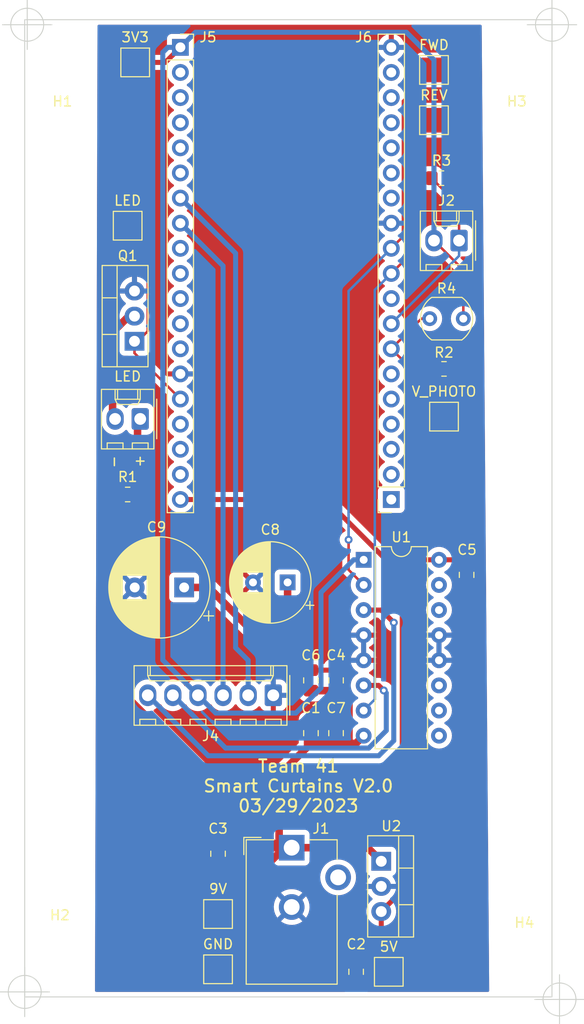
<source format=kicad_pcb>
(kicad_pcb (version 20211014) (generator pcbnew)
  (title_block (title "Smart Curtains") (date "2023-04-16") (rev "v2.0") (company "Davenport Konda Mauschbaugh Inc."))
  (layers (0 "F.Cu" signal) (31 "B.Cu" signal) (34 "B.Paste" user) (35 "F.Paste" user) (36 "B.SilkS" user "B.Silkscreen") (37 "F.SilkS" user "F.Silkscreen") (38 "B.Mask" user) (39 "F.Mask" user) (44 "Edge.Cuts" user))
  (net 0 "")
  (net 1 "+5V")
  (net 2 "GND")
  (net 3 "+9V")
  (net 4 "/FWD")
  (net 5 "/REV")
  (net 6 "/LED")
  (net 9 "/ENCODER2")
  (net 10 "/ENCODER1")
  (net 11 "+3V3")
  (net 12 "/V_PHOTO")
  (net 27 "Net-(J3-Pad1)")
  (net 28 "Net-(J3-Pad2)")
  (net 29 "Net-(J4-Pad5)")
  (net 30 "Net-(J4-Pad6)")
  (net 31 "Net-(R3-Pad1)")
  (footprint "Connector_Molex:Molex_KK-254_AE-6410-06A_1x06_P2.54mm_Vertical" (layer "F.Cu") (at 213.36 101.072 180)
    (fp_text reference "J4" (at 6.35 -4.12) (layer "F.SilkS"))
    (fp_text value "MOTOR")
    (pad "1" thru_hole roundrect (at 0 0 180) (size 1.74 2.19) (drill 1.19) (layers *.Cu *.Mask) (roundrect_rratio 0.1436781609) (net 2 "GND"))
    (pad "2" thru_hole oval (at 2.54 0 180) (size 1.74 2.19) (drill 1.19) (layers *.Cu *.Mask) (net 9 "/ENCODER2"))
    (pad "3" thru_hole oval (at 5.08 0 180) (size 1.74 2.19) (drill 1.19) (layers *.Cu *.Mask) (net 10 "/ENCODER1"))
    (pad "4" thru_hole oval (at 7.62 0 180) (size 1.74 2.19) (drill 1.19) (layers *.Cu *.Mask) (net 11 "+3V3"))
    (pad "5" thru_hole oval (at 10.16 0 180) (size 1.74 2.19) (drill 1.19) (layers *.Cu *.Mask) (net 29 "Net-(J4-Pad5)"))
    (pad "6" thru_hole oval (at 12.7 0 180) (size 1.74 2.19) (drill 1.19) (layers *.Cu *.Mask) (net 30 "Net-(J4-Pad6)"))
  )
  (footprint "Capacitor_THT:CP_Radial_D10.0mm_P5.00mm" (layer "F.Cu") (at 204.342248 90.17 180)
    (fp_text reference "C9" (at 2.794 6.096) (layer "F.SilkS"))
    (fp_text value "470u")
    (pad "1" thru_hole rect (at 0 0 180) (size 2 2) (drill 1) (layers *.Cu *.Mask) (net 3 "+9V"))
    (pad "2" thru_hole circle (at 5 0 180) (size 2 2) (drill 1) (layers *.Cu *.Mask) (net 2 "GND"))
  )
  (footprint "Capacitor_SMD:C_0805_2012Metric_Pad1.18x1.45mm_HandSolder" (layer "F.Cu") (at 207.772 117.094 -90)
    (fp_text reference "C3" (at -2.54 0) (layer "F.SilkS"))
    (fp_text value "0.33u")
    (pad "1" smd roundrect (at -1.0375 0 270) (size 1.175 1.45) (layers "F.Cu" "F.Paste" "F.Mask") (roundrect_rratio 0.2127659574) (net 3 "+9V"))
    (pad "2" smd roundrect (at 1.0375 0 270) (size 1.175 1.45) (layers "F.Cu" "F.Paste" "F.Mask") (roundrect_rratio 0.2127659574) (net 2 "GND"))
  )
  (footprint "TestPoint:TestPoint_Pad_2.5x2.5mm" (layer "F.Cu") (at 225.044 129.032)
    (fp_text reference "TP3" hide)
    (fp_text value "5V")
    (fp_text user "5V" (at 0 -2.54 unlocked) (layer "F.SilkS"))
    (pad "1" smd rect (at 0 0) (size 2.5 2.5) (layers "F.Cu" "F.Mask") (net 1 "+5V"))
  )
  (footprint "Capacitor_THT:CP_Radial_D8.0mm_P3.50mm" (layer "F.Cu") (at 214.808134 89.662 180)
    (fp_text reference "C8" (at 1.75 5.334) (layer "F.SilkS"))
    (fp_text value "220u")
    (pad "1" thru_hole rect (at 0 0 180) (size 1.6 1.6) (drill 0.8) (layers *.Cu *.Mask) (net 3 "+9V"))
    (pad "2" thru_hole circle (at 3.5 0 180) (size 1.6 1.6) (drill 0.8) (layers *.Cu *.Mask) (net 2 "GND"))
  )
  (footprint "TestPoint:TestPoint_Pad_2.5x2.5mm" (layer "F.Cu") (at 207.772 123.19)
    (fp_text reference "TP2" hide)
    (fp_text value "9V")
    (fp_text user "9V" (at 0 -2.54 unlocked) (layer "F.SilkS"))
    (pad "1" smd rect (at 0 0) (size 2.5 2.5) (layers "F.Cu" "F.Mask") (net 3 "+9V"))
  )
  (footprint "TestPoint:TestPoint_Pad_2.5x2.5mm" (layer "F.Cu") (at 230.632 72.898)
    (fp_text reference "TP8" hide)
    (fp_text value "V_PHOTO")
    (fp_text user "V_PHOTO" (at 0 -2.54 unlocked) (layer "F.SilkS"))
    (pad "1" smd rect (at 0 0) (size 2.5 2.5) (layers "F.Cu" "F.Mask") (net 12 "/V_PHOTO"))
  )
  (footprint "Package_DIP:DIP-16_W7.62mm" (layer "F.Cu") (at 222.504 87.376)
    (fp_text reference "U1" (at 3.81 -2.286 180) (layer "F.SilkS"))
    (fp_text value "L293D")
    (pad "1" thru_hole rect (at 0 0) (size 1.6 1.6) (drill 0.8) (layers *.Cu *.Mask) (net 11 "+3V3"))
    (pad "2" thru_hole oval (at 0 2.54) (size 1.6 1.6) (drill 0.8) (layers *.Cu *.Mask) (net 4 "/FWD"))
    (pad "3" thru_hole oval (at 0 5.08) (size 1.6 1.6) (drill 0.8) (layers *.Cu *.Mask) (net 30 "Net-(J4-Pad6)"))
    (pad "4" thru_hole oval (at 0 7.62) (size 1.6 1.6) (drill 0.8) (layers *.Cu *.Mask) (net 2 "GND"))
    (pad "5" thru_hole oval (at 0 10.16) (size 1.6 1.6) (drill 0.8) (layers *.Cu *.Mask) (net 2 "GND"))
    (pad "6" thru_hole oval (at 0 12.7) (size 1.6 1.6) (drill 0.8) (layers *.Cu *.Mask) (net 29 "Net-(J4-Pad5)"))
    (pad "7" thru_hole oval (at 0 15.24) (size 1.6 1.6) (drill 0.8) (layers *.Cu *.Mask) (net 5 "/REV"))
    (pad "8" thru_hole oval (at 0 17.78) (size 1.6 1.6) (drill 0.8) (layers *.Cu *.Mask) (net 3 "+9V"))
    (pad "9" thru_hole oval (at 7.62 17.78) (size 1.6 1.6) (drill 0.8) (layers *.Cu *.Mask))
    (pad "10" thru_hole oval (at 7.62 15.24) (size 1.6 1.6) (drill 0.8) (layers *.Cu *.Mask))
    (pad "11" thru_hole oval (at 7.62 12.7) (size 1.6 1.6) (drill 0.8) (layers *.Cu *.Mask))
    (pad "12" thru_hole oval (at 7.62 10.16) (size 1.6 1.6) (drill 0.8) (layers *.Cu *.Mask) (net 2 "GND"))
    (pad "13" thru_hole oval (at 7.62 7.62) (size 1.6 1.6) (drill 0.8) (layers *.Cu *.Mask) (net 2 "GND"))
    (pad "14" thru_hole oval (at 7.62 5.08) (size 1.6 1.6) (drill 0.8) (layers *.Cu *.Mask))
    (pad "15" thru_hole oval (at 7.62 2.54) (size 1.6 1.6) (drill 0.8) (layers *.Cu *.Mask))
    (pad "16" thru_hole oval (at 7.62 0) (size 1.6 1.6) (drill 0.8) (layers *.Cu *.Mask) (net 1 "+5V"))
  )
  (footprint "Capacitor_SMD:C_0805_2012Metric_Pad1.18x1.45mm_HandSolder" (layer "F.Cu") (at 217.17 104.902 90)
    (fp_text reference "C1" (at 2.54 0) (layer "F.SilkS"))
    (fp_text value "0.1u")
    (pad "1" smd roundrect (at -1.0375 0 90) (size 1.175 1.45) (layers "F.Cu" "F.Paste" "F.Mask") (roundrect_rratio 0.2127659574) (net 3 "+9V"))
    (pad "2" smd roundrect (at 1.0375 0 90) (size 1.175 1.45) (layers "F.Cu" "F.Paste" "F.Mask") (roundrect_rratio 0.2127659574) (net 2 "GND"))
  )
  (footprint "MountingHole:MountingHole_3.2mm_M3" (layer "F.Cu") (at 237.998 36.83 180)
    (fp_text reference "H3" (at 0 -4.2) (layer "F.SilkS"))
    (fp_text value "MountingHole")
    (pad "" np_thru_hole circle (at 0 0 180) (size 3.2 3.2) (drill 3.2) (layers *.Cu *.Mask))
  )
  (footprint "Resistor_SMD:R_0805_2012Metric_Pad1.20x1.40mm_HandSolder" (layer "F.Cu") (at 230.378 48.788)
    (fp_text reference "R3" (at 0 -1.778) (layer "F.SilkS"))
    (fp_text value "10k")
    (pad "1" smd roundrect (at -1 0) (size 1.2 1.4) (layers "F.Cu" "F.Paste" "F.Mask") (roundrect_rratio 0.2083333333) (net 31 "Net-(R3-Pad1)"))
    (pad "2" smd roundrect (at 1 0) (size 1.2 1.4) (layers "F.Cu" "F.Paste" "F.Mask") (roundrect_rratio 0.2083333333) (net 2 "GND"))
  )
  (footprint "TestPoint:TestPoint_Pad_2.5x2.5mm" (layer "F.Cu") (at 229.616 37.846)
    (fp_text reference "TP5" hide)
    (fp_text value "FWD")
    (fp_text user "FWD" (at 0 -2.518 unlocked) (layer "F.SilkS"))
    (pad "1" smd rect (at 0 0) (size 2.5 2.5) (layers "F.Cu" "F.Mask") (net 4 "/FWD"))
  )
  (footprint "Connector_PinSocket_2.54mm:PinSocket_1x19_P2.54mm_Vertical" (layer "F.Cu") (at 203.962 35.56)
    (fp_text reference "J5" (at 2.794 -1.016) (layer "F.SilkS"))
    (fp_text value "DEV BOARD LEFT")
    (pad "1" thru_hole rect (at 0 0) (size 1.7 1.7) (drill 1) (layers *.Cu *.Mask) (net 11 "+3V3"))
    (pad "2" thru_hole oval (at 0 2.54) (size 1.7 1.7) (drill 1) (layers *.Cu *.Mask))
    (pad "3" thru_hole oval (at 0 5.08) (size 1.7 1.7) (drill 1) (layers *.Cu *.Mask))
    (pad "4" thru_hole oval (at 0 7.62) (size 1.7 1.7) (drill 1) (layers *.Cu *.Mask))
    (pad "5" thru_hole oval (at 0 10.16) (size 1.7 1.7) (drill 1) (layers *.Cu *.Mask))
    (pad "6" thru_hole oval (at 0 12.7) (size 1.7 1.7) (drill 1) (layers *.Cu *.Mask))
    (pad "7" thru_hole oval (at 0 15.24) (size 1.7 1.7) (drill 1) (layers *.Cu *.Mask) (net 9 "/ENCODER2"))
    (pad "8" thru_hole oval (at 0 17.78) (size 1.7 1.7) (drill 1) (layers *.Cu *.Mask) (net 10 "/ENCODER1"))
    (pad "9" thru_hole oval (at 0 20.32) (size 1.7 1.7) (drill 1) (layers *.Cu *.Mask))
    (pad "10" thru_hole oval (at 0 22.86) (size 1.7 1.7) (drill 1) (layers *.Cu *.Mask))
    (pad "11" thru_hole oval (at 0 25.4) (size 1.7 1.7) (drill 1) (layers *.Cu *.Mask))
    (pad "12" thru_hole oval (at 0 27.94) (size 1.7 1.7) (drill 1) (layers *.Cu *.Mask))
    (pad "13" thru_hole oval (at 0 30.48) (size 1.7 1.7) (drill 1) (layers *.Cu *.Mask))
    (pad "14" thru_hole oval (at 0 33.02) (size 1.7 1.7) (drill 1) (layers *.Cu *.Mask) (net 2 "GND"))
    (pad "15" thru_hole oval (at 0 35.56) (size 1.7 1.7) (drill 1) (layers *.Cu *.Mask) (net 6 "/LED"))
    (pad "16" thru_hole oval (at 0 38.1) (size 1.7 1.7) (drill 1) (layers *.Cu *.Mask))
    (pad "17" thru_hole oval (at 0 40.64) (size 1.7 1.7) (drill 1) (layers *.Cu *.Mask))
    (pad "18" thru_hole oval (at 0 43.18) (size 1.7 1.7) (drill 1) (layers *.Cu *.Mask))
    (pad "19" thru_hole oval (at 0 45.72) (size 1.7 1.7) (drill 1) (layers *.Cu *.Mask) (net 1 "+5V"))
  )
  (footprint "Resistor_SMD:R_0805_2012Metric_Pad1.20x1.40mm_HandSolder" (layer "F.Cu") (at 230.632 68.072)
    (fp_text reference "R2" (at 0 -1.65) (layer "F.SilkS"))
    (fp_text value "3.3k")
    (pad "1" smd roundrect (at -1 0) (size 1.2 1.4) (layers "F.Cu" "F.Paste" "F.Mask") (roundrect_rratio 0.2083333333) (net 12 "/V_PHOTO"))
    (pad "2" smd roundrect (at 1 0) (size 1.2 1.4) (layers "F.Cu" "F.Paste" "F.Mask") (roundrect_rratio 0.2083333333) (net 2 "GND"))
  )
  (footprint "Connector_Molex:Molex_KK-254_AE-6410-02A_1x02_P2.54mm_Vertical" (layer "F.Cu") (at 232.156 55.098 180)
    (fp_text reference "J2" (at 1.27 4.044) (layer "F.SilkS"))
    (fp_text value "BUTTON")
    (pad "1" thru_hole roundrect (at 0 0 180) (size 1.74 2.19) (drill 1.19) (layers *.Cu *.Mask) (roundrect_rratio 0.1436781609) (net 31 "Net-(R3-Pad1)"))
    (pad "2" thru_hole oval (at 2.54 0 180) (size 1.74 2.19) (drill 1.19) (layers *.Cu *.Mask) (net 11 "+3V3"))
  )
  (footprint "Capacitor_SMD:C_0805_2012Metric_Pad1.18x1.45mm_HandSolder" (layer "F.Cu") (at 232.918 88.9 90)
    (fp_text reference "C5" (at 2.54 0.038) (layer "F.SilkS"))
    (fp_text value "1u")
    (pad "1" smd roundrect (at -1.0375 0 90) (size 1.175 1.45) (layers "F.Cu" "F.Paste" "F.Mask") (roundrect_rratio 0.2127659574) (net 2 "GND"))
    (pad "2" smd roundrect (at 1.0375 0 90) (size 1.175 1.45) (layers "F.Cu" "F.Paste" "F.Mask") (roundrect_rratio 0.2127659574) (net 1 "+5V"))
  )
  (footprint "Resistor_SMD:R_0805_2012Metric_Pad1.20x1.40mm_HandSolder" (layer "F.Cu") (at 198.628 80.772)
    (fp_text reference "R1" (at 0 -1.778) (layer "F.SilkS"))
    (fp_text value "100")
    (pad "1" smd roundrect (at -1 0) (size 1.2 1.4) (layers "F.Cu" "F.Paste" "F.Mask") (roundrect_rratio 0.2083333333) (net 3 "+9V"))
    (pad "2" smd roundrect (at 1 0) (size 1.2 1.4) (layers "F.Cu" "F.Paste" "F.Mask") (roundrect_rratio 0.2083333333) (net 27 "Net-(J3-Pad1)"))
  )
  (footprint "Package_TO_SOT_THT:TO-220-3_Vertical" (layer "F.Cu") (at 199.319 65.278 90)
    (fp_text reference "Q1" (at 8.636 -0.691) (layer "F.SilkS"))
    (fp_text value "FQP30N06L")
    (pad "1" thru_hole rect (at 0 0 90) (size 1.905 2) (drill 1.1) (layers *.Cu *.Mask) (net 6 "/LED"))
    (pad "2" thru_hole oval (at 2.54 0 90) (size 1.905 2) (drill 1.1) (layers *.Cu *.Mask) (net 28 "Net-(J3-Pad2)"))
    (pad "3" thru_hole oval (at 5.08 0 90) (size 1.905 2) (drill 1.1) (layers *.Cu *.Mask) (net 2 "GND"))
  )
  (footprint "Connector_PinSocket_2.54mm:PinSocket_1x19_P2.54mm_Vertical" (layer "F.Cu") (at 225.298 81.28 180)
    (fp_text reference "J6" (at 2.794 46.736) (layer "F.SilkS"))
    (fp_text value "DEV BOARD RIGHT")
    (pad "1" thru_hole rect (at 0 0 180) (size 1.7 1.7) (drill 1) (layers *.Cu *.Mask))
    (pad "2" thru_hole oval (at 0 2.54 180) (size 1.7 1.7) (drill 1) (layers *.Cu *.Mask))
    (pad "3" thru_hole oval (at 0 5.08 180) (size 1.7 1.7) (drill 1) (layers *.Cu *.Mask))
    (pad "4" thru_hole oval (at 0 7.62 180) (size 1.7 1.7) (drill 1) (layers *.Cu *.Mask))
    (pad "5" thru_hole oval (at 0 10.16 180) (size 1.7 1.7) (drill 1) (layers *.Cu *.Mask))
    (pad "6" thru_hole oval (at 0 12.7 180) (size 1.7 1.7) (drill 1) (layers *.Cu *.Mask))
    (pad "7" thru_hole oval (at 0 15.24 180) (size 1.7 1.7) (drill 1) (layers *.Cu *.Mask) (net 12 "/V_PHOTO"))
    (pad "8" thru_hole oval (at 0 17.78 180) (size 1.7 1.7) (drill 1) (layers *.Cu *.Mask) (net 31 "Net-(R3-Pad1)"))
    (pad "9" thru_hole oval (at 0 20.32 180) (size 1.7 1.7) (drill 1) (layers *.Cu *.Mask))
    (pad "10" thru_hole oval (at 0 22.86 180) (size 1.7 1.7) (drill 1) (layers *.Cu *.Mask) (net 5 "/REV"))
    (pad "11" thru_hole oval (at 0 25.4 180) (size 1.7 1.7) (drill 1) (layers *.Cu *.Mask) (net 4 "/FWD"))
    (pad "12" thru_hole oval (at 0 27.94 180) (size 1.7 1.7) (drill 1) (layers *.Cu *.Mask) (net 2 "GND"))
    (pad "13" thru_hole oval (at 0 30.48 180) (size 1.7 1.7) (drill 1) (layers *.Cu *.Mask))
    (pad "14" thru_hole oval (at 0 33.02 180) (size 1.7 1.7) (drill 1) (layers *.Cu *.Mask))
    (pad "15" thru_hole oval (at 0 35.56 180) (size 1.7 1.7) (drill 1) (layers *.Cu *.Mask))
    (pad "16" thru_hole oval (at 0 38.1 180) (size 1.7 1.7) (drill 1) (layers *.Cu *.Mask))
    (pad "17" thru_hole oval (at 0 40.64 180) (size 1.7 1.7) (drill 1) (layers *.Cu *.Mask))
    (pad "18" thru_hole oval (at 0 43.18 180) (size 1.7 1.7) (drill 1) (layers *.Cu *.Mask))
    (pad "19" thru_hole oval (at 0 45.72 180) (size 1.7 1.7) (drill 1) (layers *.Cu *.Mask) (net 2 "GND"))
  )
  (footprint "Capacitor_SMD:C_0805_2012Metric_Pad1.18x1.45mm_HandSolder" (layer "F.Cu") (at 219.71 99.568 90)
    (fp_text reference "C4" (at 2.547252 0) (layer "F.SilkS"))
    (fp_text value "1u")
    (pad "1" smd roundrect (at -1.0375 0 90) (size 1.175 1.45) (layers "F.Cu" "F.Paste" "F.Mask") (roundrect_rratio 0.2127659574) (net 3 "+9V"))
    (pad "2" smd roundrect (at 1.0375 0 90) (size 1.175 1.45) (layers "F.Cu" "F.Paste" "F.Mask") (roundrect_rratio 0.2127659574) (net 2 "GND"))
  )
  (footprint "Capacitor_SMD:C_0805_2012Metric_Pad1.18x1.45mm_HandSolder" (layer "F.Cu") (at 219.71 104.902 90)
    (fp_text reference "C7" (at 2.54 0) (layer "F.SilkS"))
    (fp_text value "10u")
    (pad "1" smd roundrect (at -1.0375 0 90) (size 1.175 1.45) (layers "F.Cu" "F.Paste" "F.Mask") (roundrect_rratio 0.2127659574) (net 3 "+9V"))
    (pad "2" smd roundrect (at 1.0375 0 90) (size 1.175 1.45) (layers "F.Cu" "F.Paste" "F.Mask") (roundrect_rratio 0.2127659574) (net 2 "GND"))
  )
  (footprint "OptoDevice:R_LDR_5.1x4.3mm_P3.4mm_Vertical" (layer "F.Cu") (at 232.586 62.992 180)
    (fp_text reference "R4" (at 1.7 3.048) (layer "F.SilkS"))
    (fp_text value "R_Photo")
    (pad "1" thru_hole circle (at 0 0 180) (size 1.5 1.5) (drill 0.8) (layers *.Cu *.Mask) (net 11 "+3V3"))
    (pad "2" thru_hole circle (at 3.4 0 180) (size 1.5 1.5) (drill 0.8) (layers *.Cu *.Mask) (net 12 "/V_PHOTO"))
  )
  (footprint "TestPoint:TestPoint_Pad_2.5x2.5mm" (layer "F.Cu") (at 199.39 37.084)
    (fp_text reference "TP4" hide)
    (fp_text value "3V3")
    (fp_text user "3V3" (at 0 -2.54 unlocked) (layer "F.SilkS"))
    (pad "1" smd rect (at 0 0) (size 2.5 2.5) (layers "F.Cu" "F.Mask") (net 11 "+3V3"))
  )
  (footprint "Package_TO_SOT_THT:TO-220-3_Vertical" (layer "F.Cu") (at 224.282 117.856 -90)
    (fp_text reference "U2" (at -3.556 -1.016 180) (layer "F.SilkS"))
    (fp_text value "L7805")
    (pad "1" thru_hole rect (at 0 0 270) (size 1.905 2) (drill 1.1) (layers *.Cu *.Mask) (net 3 "+9V"))
    (pad "2" thru_hole oval (at 2.54 0 270) (size 1.905 2) (drill 1.1) (layers *.Cu *.Mask) (net 2 "GND"))
    (pad "3" thru_hole oval (at 5.08 0 270) (size 1.905 2) (drill 1.1) (layers *.Cu *.Mask) (net 1 "+5V"))
  )
  (footprint "MountingHole:MountingHole_3.2mm_M3" (layer "F.Cu") (at 238.76 128.27)
    (fp_text reference "H4" (at 0 -4.2) (layer "F.SilkS"))
    (fp_text value "MountingHole")
    (pad "" np_thru_hole circle (at 0 0) (size 3.2 3.2) (drill 3.2) (layers *.Cu *.Mask))
  )
  (footprint "MountingHole:MountingHole_3.2mm_M3" (layer "F.Cu") (at 191.77 127.508)
    (fp_text reference "H2" (at 0 -4.2) (layer "F.SilkS"))
    (fp_text value "MountingHole")
    (pad "" np_thru_hole circle (at 0 0) (size 3.2 3.2) (drill 3.2) (layers *.Cu *.Mask))
  )
  (footprint "TestPoint:TestPoint_Pad_2.5x2.5mm" (layer "F.Cu") (at 207.772 128.778)
    (fp_text reference "TP1" hide)
    (fp_text value "GND")
    (fp_text user "GND" (at 0 -2.54 unlocked) (layer "F.SilkS"))
    (pad "1" smd rect (at 0 0) (size 2.5 2.5) (layers "F.Cu" "F.Mask") (net 2 "GND"))
  )
  (footprint "Connector_Molex:Molex_KK-254_AE-6410-02A_1x02_P2.54mm_Vertical" (layer "F.Cu") (at 199.898 73.132 180)
    (fp_text reference "J3" hide)
    (fp_text value "LED STRIP")
    (fp_text user "+" (at 0 -4.338 180 unlocked) (layer "F.SilkS"))
    (fp_text user "-" (at 2.54 -4.338 270 unlocked) (layer "F.SilkS"))
    (fp_text user "LED" (at 1.27 4.298 unlocked) (layer "F.SilkS"))
    (pad "1" thru_hole roundrect (at 0 0 180) (size 1.74 2.19) (drill 1.19) (layers *.Cu *.Mask) (roundrect_rratio 0.1436781609) (net 27 "Net-(J3-Pad1)"))
    (pad "2" thru_hole oval (at 2.54 0 180) (size 1.74 2.19) (drill 1.19) (layers *.Cu *.Mask) (net 28 "Net-(J3-Pad2)"))
  )
  (footprint "MountingHole:MountingHole_3.2mm_M3" (layer "F.Cu") (at 192.024 36.83 180)
    (fp_text reference "H1" (at 0 -4.2) (layer "F.SilkS"))
    (fp_text value "MountingHole")
    (pad "" np_thru_hole circle (at 0 0 180) (size 3.2 3.2) (drill 3.2) (layers *.Cu *.Mask))
  )
  (footprint "Capacitor_SMD:C_0805_2012Metric_Pad1.18x1.45mm_HandSolder" (layer "F.Cu") (at 221.742 129.032 -90)
    (fp_text reference "C2" (at -2.794 0) (layer "F.SilkS"))
    (fp_text value "0.1u")
    (pad "1" smd roundrect (at -1.0375 0 270) (size 1.175 1.45) (layers "F.Cu" "F.Paste" "F.Mask") (roundrect_rratio 0.2127659574) (net 1 "+5V"))
    (pad "2" smd roundrect (at 1.0375 0 270) (size 1.175 1.45) (layers "F.Cu" "F.Paste" "F.Mask") (roundrect_rratio 0.2127659574) (net 2 "GND"))
  )
  (footprint "TestPoint:TestPoint_Pad_2.5x2.5mm" (layer "F.Cu") (at 229.616 42.926)
    (fp_text reference "TP6" hide)
    (fp_text value "REV")
    (fp_text user "REV" (at 0 -2.518 unlocked) (layer "F.SilkS"))
    (pad "1" smd rect (at 0 0) (size 2.5 2.5) (layers "F.Cu" "F.Mask") (net 5 "/REV"))
  )
  (footprint "TestPoint:TestPoint_Pad_2.5x2.5mm" (layer "F.Cu") (at 198.628 53.594)
    (fp_text reference "TP7" hide)
    (fp_text value "LED")
    (fp_text user "LED" (at 0 -2.54 unlocked) (layer "F.SilkS"))
    (pad "1" smd rect (at 0 0) (size 2.5 2.5) (layers "F.Cu" "F.Mask") (net 6 "/LED"))
  )
  (footprint "Capacitor_SMD:C_0805_2012Metric_Pad1.18x1.45mm_HandSolder" (layer "F.Cu") (at 217.17 99.568 90)
    (fp_text reference "C6" (at 2.54 0) (layer "F.SilkS"))
    (fp_text value "1u")
    (pad "1" smd roundrect (at -1.0375 0 90) (size 1.175 1.45) (layers "F.Cu" "F.Paste" "F.Mask") (roundrect_rratio 0.2127659574) (net 3 "+9V"))
    (pad "2" smd roundrect (at 1.0375 0 90) (size 1.175 1.45) (layers "F.Cu" "F.Paste" "F.Mask") (roundrect_rratio 0.2127659574) (net 2 "GND"))
  )
  (footprint "Connector_BarrelJack:BarrelJack_CUI_PJ-102AH_Horizontal" (layer "F.Cu") (at 215.221 116.482)
    (fp_text reference "J1" (at 2.965 -1.928 180) (layer "F.SilkS"))
    (fp_text value "9V_IN")
    (pad "1" thru_hole rect (at 0 0) (size 2.6 2.6) (drill 1.6) (layers *.Cu *.Mask) (net 3 "+9V"))
    (pad "2" thru_hole circle (at 0 6) (size 2.6 2.6) (drill 1.6) (layers *.Cu *.Mask) (net 2 "GND"))
    (pad "3" thru_hole circle (at 4.7 3) (size 2.6 2.6) (drill 1.6) (layers *.Cu *.Mask))
  )
  (gr_rect (start 241.554 32.766) (end 188.214 131.572) (layer "Edge.Cuts") (width 0.1) (fill none))
  (gr_text "Team 41\nSmart Curtains V2.0\n03/29/2023\n\n" (at 215.9 111.252) (layer "F.SilkS") (effects (font (size 1.25 1.25) (thickness 0.2))))
  (target plus (at 188.214 131.064) (size 5) (width 0.1) (layer "Edge.Cuts"))
  (target plus (at 242.316 131.826) (size 5) (width 0.1) (layer "Edge.Cuts"))
  (target plus (at 188.468 33.274) (size 5) (width 0.1) (layer "Edge.Cuts"))
  (target plus (at 241.554 33.274) (size 5) (width 0.1) (layer "Edge.Cuts"))
  (segment (start 203.962 81.28) (end 218.678 81.28) (width 0.508) (layer "F.Cu") (net 1))
  (segment (start 224.0065 127.9945) (end 225.044 129.032) (width 0.508) (layer "F.Cu") (net 1))
  (segment (start 218.678 81.28) (end 224.774 87.376) (width 0.508) (layer "F.Cu") (net 1))
  (segment (start 221.742 127.9945) (end 224.0065 127.9945) (width 0.508) (layer "F.Cu") (net 1))
  (segment (start 226.406 120.812) (end 226.406 89.008) (width 0.508) (layer "F.Cu") (net 1))
  (segment (start 221.742 127.9945) (end 224.282 125.4545) (width 0.508) (layer "F.Cu") (net 1))
  (segment (start 226.406 89.008) (end 224.774 87.376) (width 0.508) (layer "F.Cu") (net 1))
  (segment (start 224.774 87.376) (end 230.124 87.376) (width 0.508) (layer "F.Cu") (net 1))
  (segment (start 230.124 87.376) (end 232.4315 87.376) (width 0.508) (layer "F.Cu") (net 1))
  (segment (start 232.4315 87.376) (end 232.918 87.8625) (width 0.508) (layer "F.Cu") (net 1))
  (segment (start 224.282 125.4545) (end 224.282 122.936) (width 0.508) (layer "F.Cu") (net 1))
  (segment (start 224.282 122.936) (end 226.406 120.812) (width 0.508) (layer "F.Cu") (net 1))
  (segment (start 217.17 100.518211) (end 214.808134 98.156345) (width 0.762) (layer "F.Cu") (net 3))
  (segment (start 213.951 109.1585) (end 217.17 105.9395) (width 0.762) (layer "F.Cu") (net 3))
  (segment (start 219.71 105.9395) (end 221.2125 105.9395) (width 0.762) (layer "F.Cu") (net 3))
  (segment (start 207.772 116.0565) (end 208.1975 116.482) (width 0.762) (layer "F.Cu") (net 3))
  (segment (start 217.17 100.6055) (end 219.71 100.6055) (width 0.762) (layer "F.Cu") (net 3))
  (segment (start 213.792976 116.482) (end 215.221 116.482) (width 0.762) (layer "F.Cu") (net 3))
  (segment (start 222.908 116.482) (end 224.282 117.856) (width 0.762) (layer "F.Cu") (net 3))
  (segment (start 221.016 101.9115) (end 221.016 105.743) (width 0.762) (layer "F.Cu") (net 3))
  (segment (start 214.48 116.482) (end 207.772 123.19) (width 0.762) (layer "F.Cu") (net 3))
  (segment (start 208.1975 116.482) (end 215.221 116.482) (width 0.762) (layer "F.Cu") (net 3))
  (segment (start 214.808134 98.156345) (end 214.808134 89.662) (width 0.762) (layer "F.Cu") (net 3))
  (segment (start 214.808134 98.156345) (end 206.821789 90.17) (width 0.762) (layer "F.Cu") (net 3))
  (segment (start 197.628 80.772) (end 197.628 100.317024) (width 0.762) (layer "F.Cu") (net 3))
  (segment (start 206.821789 90.17) (end 204.342248 90.17) (width 0.762) (layer "F.Cu") (net 3))
  (segment (start 215.221 116.482) (end 214.48 116.482) (width 0.762) (layer "F.Cu") (net 3))
  (segment (start 213.951 116.5035) (end 213.951 109.1585) (width 0.762) (layer "F.Cu") (net 3))
  (segment (start 217.17 100.6055) (end 217.17 100.518211) (width 0.762) (layer "F.Cu") (net 3))
  (segment (start 221.7205 105.9395) (end 222.504 105.156) (width 0.762) (layer "F.Cu") (net 3))
  (segment (start 217.17 105.9395) (end 219.71 105.9395) (width 0.762) (layer "F.Cu") (net 3))
  (segment (start 215.221 116.482) (end 222.908 116.482) (width 0.762) (layer "F.Cu") (net 3))
  (segment (start 221.016 105.743) (end 221.2125 105.9395) (width 0.762) (layer "F.Cu") (net 3))
  (segment (start 219.71 100.6055) (end 221.016 101.9115) (width 0.762) (layer "F.Cu") (net 3))
  (segment (start 197.628 100.317024) (end 213.792976 116.482) (width 0.762) (layer "F.Cu") (net 3))
  (segment (start 221.2125 105.9395) (end 221.7205 105.9395) (width 0.762) (layer "F.Cu") (net 3))
  (segment (start 229.616 37.846) (end 226.475 40.987) (width 0.254) (layer "F.Cu") (net 4))
  (segment (start 226.475 54.703) (end 225.298 55.88) (width 0.254) (layer "F.Cu") (net 4))
  (segment (start 220.98 88.392) (end 220.98 85.344) (width 0.254) (layer "F.Cu") (net 4))
  (segment (start 222.504 89.916) (end 220.98 88.392) (width 0.254) (layer "F.Cu") (net 4))
  (segment (start 226.475 40.987) (end 226.475 54.703) (width 0.254) (layer "F.Cu") (net 4))
  (via (at 220.98 85.344) (size 0.8) (drill 0.4) (layers "F.Cu" "B.Cu") (net 4))
  (segment (start 220.98 85.344) (end 220.98 60.198) (width 0.254) (layer "B.Cu") (net 4))
  (segment (start 220.98 60.198) (end 225.298 55.88) (width 0.254) (layer "B.Cu") (net 4))
  (segment (start 228.346 42.926) (end 229.616 42.926) (width 0.254) (layer "F.Cu") (net 5))
  (segment (start 227.076 56.642) (end 227.076 44.196) (width 0.254) (layer "F.Cu") (net 5))
  (segment (start 227.076 44.196) (end 228.346 42.926) (width 0.254) (layer "F.Cu") (net 5))
  (segment (start 225.298 58.42) (end 227.076 56.642) (width 0.254) (layer "F.Cu") (net 5))
  (segment (start 222.504 102.616) (end 223.631 101.489) (width 0.254) (layer "B.Cu") (net 5))
  (segment (start 223.631 101.489) (end 223.631 60.087) (width 0.254) (layer "B.Cu") (net 5))
  (segment (start 223.631 60.087) (end 225.298 58.42) (width 0.254) (layer "B.Cu") (net 5))
  (segment (start 200.66 55.626) (end 200.66 64.262) (width 0.254) (layer "F.Cu") (net 6))
  (segment (start 200.66 64.262) (end 199.644 65.278) (width 0.254) (layer "F.Cu") (net 6))
  (segment (start 198.628 53.594) (end 200.66 55.626) (width 0.254) (layer "F.Cu") (net 6))
  (segment (start 199.319 66.477) (end 199.319 65.278) (width 0.254) (layer "F.Cu") (net 6))
  (segment (start 203.962 71.12) (end 199.319 66.477) (width 0.254) (layer "F.Cu") (net 6))
  (segment (start 199.644 65.278) (end 199.319 65.278) (width 0.254) (layer "F.Cu") (net 6))
  (segment (start 203.962 50.8) (end 209.55 56.388) (width 0.508) (layer "B.Cu") (net 9))
  (segment (start 209.55 96.266) (end 210.82 97.536) (width 0.508) (layer "B.Cu") (net 9))
  (segment (start 210.82 97.536) (end 210.82 101.072) (width 0.508) (layer "B.Cu") (net 9))
  (segment (start 209.55 56.388) (end 209.55 96.266) (width 0.508) (layer "B.Cu") (net 9))
  (segment (start 208.28 57.658) (end 203.962 53.34) (width 0.508) (layer "B.Cu") (net 10))
  (segment (start 208.28 101.072) (end 208.28 57.658) (width 0.508) (layer "B.Cu") (net 10))
  (segment (start 199.39 37.084) (end 202.438 37.084) (width 0.508) (layer "F.Cu") (net 11))
  (segment (start 232.586 58.068) (end 229.616 55.098) (width 0.254) (layer "F.Cu") (net 11))
  (segment (start 202.438 37.084) (end 203.962 35.56) (width 0.508) (layer "F.Cu") (net 11))
  (segment (start 232.586 62.992) (end 232.586 58.068) (width 0.254) (layer "F.Cu") (net 11))
  (segment (start 205.74 101.072) (end 207.538 102.87) (width 0.508) (layer "B.Cu") (net 11))
  (segment (start 218.186 90.678) (end 221.488 87.376) (width 0.508) (layer "B.Cu") (net 11))
  (segment (start 229.616 36.83) (end 226.822 34.036) (width 0.508) (layer "B.Cu") (net 11))
  (segment (start 207.538 102.87) (end 215.646 102.87) (width 0.508) (layer "B.Cu") (net 11))
  (segment (start 202.184 97.516) (end 202.184 36.068) (width 0.508) (layer "B.Cu") (net 11))
  (segment (start 221.488 87.376) (end 222.504 87.376) (width 0.508) (layer "B.Cu") (net 11))
  (segment (start 205.74 101.072) (end 202.184 97.516) (width 0.508) (layer "B.Cu") (net 11))
  (segment (start 202.692 35.56) (end 203.962 35.56) (width 0.508) (layer "B.Cu") (net 11))
  (segment (start 205.486 34.036) (end 203.962 35.56) (width 0.508) (layer "B.Cu") (net 11))
  (segment (start 215.646 102.87) (end 218.186 100.33) (width 0.508) (layer "B.Cu") (net 11))
  (segment (start 202.184 36.068) (end 202.692 35.56) (width 0.508) (layer "B.Cu") (net 11))
  (segment (start 226.822 34.036) (end 205.486 34.036) (width 0.508) (layer "B.Cu") (net 11))
  (segment (start 229.616 55.098) (end 229.616 36.83) (width 0.508) (layer "B.Cu") (net 11))
  (segment (start 218.186 100.33) (end 218.186 90.678) (width 0.508) (layer "B.Cu") (net 11))
  (segment (start 229.632 68.072) (end 227.33 68.072) (width 0.254) (layer "F.Cu") (net 12))
  (segment (start 228.346 62.992) (end 229.186 62.992) (width 0.254) (layer "F.Cu") (net 12))
  (segment (start 227.33 68.072) (end 225.298 66.04) (width 0.254) (layer "F.Cu") (net 12))
  (segment (start 230.632 69.072) (end 229.632 68.072) (width 0.254) (layer "F.Cu") (net 12))
  (segment (start 230.632 72.898) (end 230.632 69.072) (width 0.254) (layer "F.Cu") (net 12))
  (segment (start 225.298 66.04) (end 228.346 62.992) (width 0.254) (layer "F.Cu") (net 12))
  (segment (start 199.628 80.772) (end 199.628 73.148) (width 0.762) (layer "F.Cu") (net 27))
  (segment (start 199.628 73.148) (end 199.644 73.132) (width 0.762) (layer "F.Cu") (net 27))
  (segment (start 198.7445 62.738) (end 199.319 62.738) (width 0.762) (layer "F.Cu") (net 28))
  (segment (start 197.104 64.3785) (end 198.7445 62.738) (width 0.762) (layer "F.Cu") (net 28))
  (segment (start 197.104 73.132) (end 197.104 64.3785) (width 0.762) (layer "F.Cu") (net 28))
  (segment (start 224.028 100.076) (end 222.504 100.076) (width 0.508) (layer "F.Cu") (net 29))
  (segment (start 224.536 100.584) (end 224.028 100.076) (width 0.508) (layer "F.Cu") (net 29))
  (via (at 224.536 100.584) (size 0.8) (drill 0.4) (layers "F.Cu" "B.Cu") (net 29))
  (segment (start 203.2 101.072) (end 208.538 106.41) (width 0.508) (layer "B.Cu") (net 29))
  (segment (start 208.538 106.41) (end 223.023424 106.41) (width 0.508) (layer "B.Cu") (net 29))
  (segment (start 224.79 100.838) (end 224.536 100.584) (width 0.508) (layer "B.Cu") (net 29))
  (segment (start 224.79 104.643424) (end 224.79 100.838) (width 0.508) (layer "B.Cu") (net 29))
  (segment (start 223.023424 106.41) (end 224.79 104.643424) (width 0.508) (layer "B.Cu") (net 29))
  (segment (start 224.282 92.456) (end 222.504 92.456) (width 0.508) (layer "F.Cu") (net 30))
  (segment (start 225.552 93.726) (end 224.282 92.456) (width 0.508) (layer "F.Cu") (net 30))
  (via (at 225.552 93.726) (size 0.8) (drill 0.4) (layers "F.Cu" "B.Cu") (net 30))
  (segment (start 200.66 101.072) (end 206.776 107.188) (width 0.508) (layer "B.Cu") (net 30))
  (segment (start 206.776 107.188) (end 224.028 107.188) (width 0.508) (layer "B.Cu") (net 30))
  (segment (start 224.028 107.188) (end 225.552 105.664) (width 0.508) (layer "B.Cu") (net 30))
  (segment (start 225.552 105.664) (end 225.552 93.726) (width 0.508) (layer "B.Cu") (net 30))
  (segment (start 232.156 51.566) (end 229.378 48.788) (width 0.254) (layer "F.Cu") (net 31))
  (segment (start 232.156 55.098) (end 232.156 51.566) (width 0.254) (layer "F.Cu") (net 31))
  (segment (start 232.156 56.642) (end 232.156 55.098) (width 0.254) (layer "B.Cu") (net 31))
  (segment (start 225.298 63.5) (end 232.156 56.642) (width 0.254) (layer "B.Cu") (net 31))
  (zone (net 2) (net_name "GND") (layers F&B.Cu) (connect_pads (clearance 0.508)) (min_thickness 0.254) (fill yes (thermal_gap 0.508) (thermal_bridge_width 0.508))
    (polygon (pts (xy 235.204 131.064) (xy 195.326 131.064) (xy 195.58 33.274) (xy 234.442 33.274)))
  )
)
</source>
